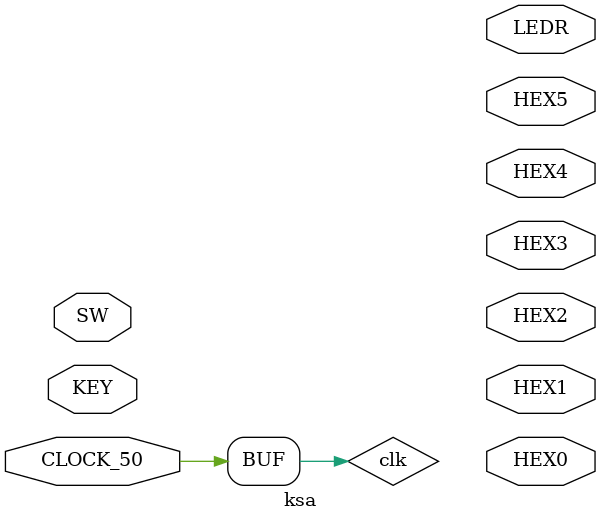
<source format=sv>
`default_nettype none

module ksa(
    input  logic       CLOCK_50,
    input  logic [3:0] KEY,
    input  logic [9:0] SW,
    output logic [9:0] LEDR,
    output logic [6:0] HEX0, HEX1, HEX2, HEX3, HEX4, HEX5
);
    logic [6:0] ssOut;
    logic [3:0] nIn;
    
    SevenSegmentDisplayDecoder mod(
        .nIn(nIn),
        .ssOut(ssOut)
    );

    logic clk;
    logic rst;
    logic start;

    // task1 ports
    logic [7:0] task1_addr;
    logic [7:0] task1_data;
    logic       task1_wr_en;
    logic       task1_on;
    logic       task1_fin;

    // task2a ports
    logic [7:0] task2a_addr;
    logic [7:0] task2a_data;
    logic       task2a_wr_en;
    logic       task2a_on;
    logic       task2a_fin;

    // task2b ports
    logic [7:0] task2b_addr;
    logic [7:0] task2b_data;
    logic       task2b_wr_en;
    logic       task2b_on;
    logic       task2b_fin;

    // s_memory ports
    logic [7:0] address;
    logic [7:0] data;
    logic       wr_en;
    logic [7:0] s_out;

    // enc_memory ports
    logic [7:0] address_enc;
    logic [7:0] enc_out;

    // dec_memory ports
    logic [7:0] address_dec;
    logic [7:0] data_dec;
    logic       wr_en_dec;
    logic [7:0] dec_out;

    assign clk = CLOCK_50;
    assign rst = ~KEY[3];

    button_sync start_sync(
        .clk       (clk),
        .rst       (rst),
        .async_sig (~KEY[2]),
        .sync_sig  (start)
    );

    task1 task1_inst(
        .clk        (clk),
        .rst        (rst),
        .start      (start),

        .address    (task1_addr),
        .data       (task1_data),
        .wr_en      (task1_wr_en),
        .task_on    (task1_on),
        .fin_strobe (task1_fin)
    );

    task2a task2a_inst(
        .clk        (clk),
        .rst        (rst),
        .start      (task1_fin),
        .data_in    (s_out),
        .secret_key ({{14{1'b0}},SW[9:0]}),

        .address    (task2a_addr),
        .data_out   (task2a_data),
        .wr_en      (task2a_wr_en),
        .task_on    (task2a_on),
        .fin_strobe (task2a_fin)
    );

    task2b task2b_inst(
        .clk              (clk),
        .rst              (rst),
        .start            (task2a_fin),
        .data_from_s_mem  (s_out),
        .data_from_enc_mem(enc_out),

        .addr_to_s_mem    (task2b_addr),
        .data_to_s_mem    (task2b_data),
        .wr_en            (task2b_wr_en),
        .addr_to_enc_mem  (address_enc),
        .addr_to_dec_mem  (address_dec),
        .data_to_dec_mem  (data_dec),
        .wr_en_dec        (wr_en_dec),
        .task_on          (task2b_on),
        .fin_strobe       (task2b_fin)
    );    

    always_comb begin
        if      (task1_on)  address <= task1_addr;
        else if (task2a_on) address <= task2a_addr;
        else                address <= task2b_addr;
    end

    always_comb begin
        if      (task1_on)  data <= task1_data;
        else if (task2a_on) data <= task2a_data;
        else                data <= task2b_data;
    end

    assign wr_en = task1_wr_en | task2a_wr_en | task2b_wr_en;

    s_memory s_memory_inst(
        .address (address),
        .clock   (clk),
        .data    (data),
        .wren    (wr_en),

        .q       (s_out)
    );

    enc_memory enc_memory_inst(
        .address (address_enc),
        .clock   (clk),

        .q       (enc_out)
    );

    dec_memory dec_memory_inst(
        .address (address_dec),
        .clock   (clk),
        .data    (data_dec),
        .wren    (wr_en_dec),

        .q       (dec_out)
    );

endmodule
</source>
